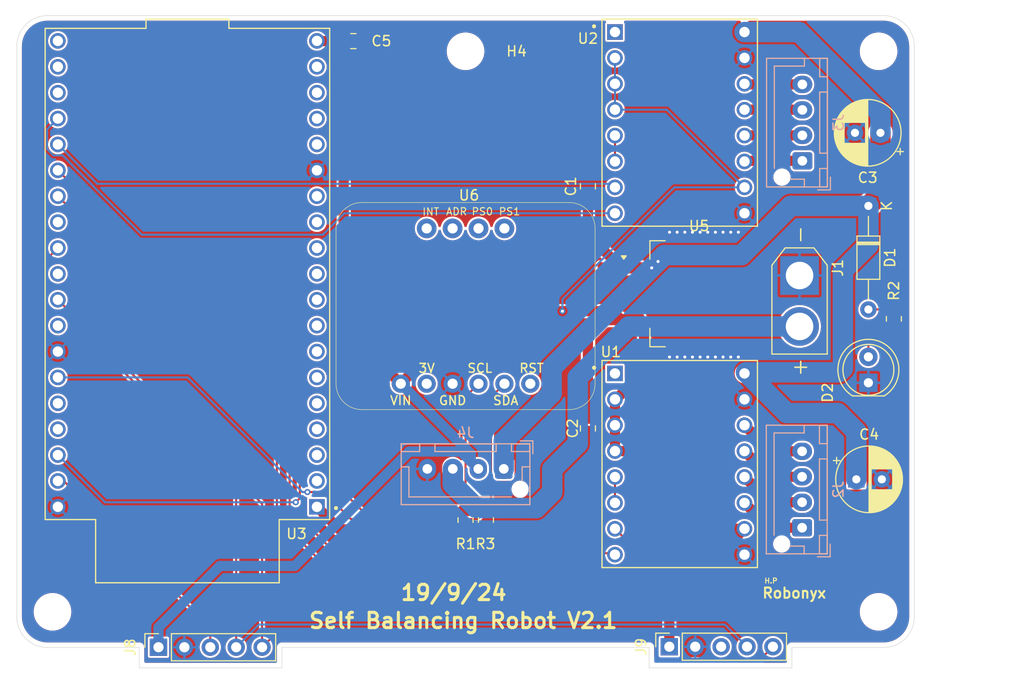
<source format=kicad_pcb>
(kicad_pcb (version 20240108) (generator "pcbnew") (generator_version "8.0")
  (layers (0 "F.Cu" signal) (31 "B.Cu" signal) (34 "B.Paste" user) (35 "F.Paste" user) (36 "B.SilkS" user "B.Silkscreen") (37 "F.SilkS" user "F.Silkscreen") (38 "B.Mask" user) (39 "F.Mask" user) (44 "Edge.Cuts" user))
  (net 0 "")
  (net 1 "Net-(J1-Pin_2)")
  (net 2 "+15V")
  (net 3 "+5V")
  (net 4 "GND")
  (net 5 "Net-(J2-Pin_4)")
  (net 6 "Net-(J2-Pin_1)")
  (net 7 "Net-(J2-Pin_2)")
  (net 8 "Net-(J2-Pin_3)")
  (net 9 "Net-(J3-Pin_1)")
  (net 10 "Net-(J3-Pin_2)")
  (net 11 "Net-(J3-Pin_4)")
  (net 12 "Net-(J3-Pin_3)")
  (net 13 "Net-(U1-~{RESET})")
  (net 15 "+3V3")
  (net 16 "/M1DIR")
  (net 17 "/M1STEP")
  (net 19 "/M2STEP")
  (net 20 "Net-(U2-~{RESET})")
  (net 32 "/M2DIR")
  (net 49 "/SDA")
  (net 50 "/SCL")
  (net 53 "Net-(D1-A)")
  (net 54 "Net-(D2-A)")
  (net 55 "/DIN")
  (net 56 "/CS1")
  (net 57 "/CLK")
  (footprint "MountingHole:MountingHole_3.2mm_M3" (layer "F.Cu") (at 167.5 96.5)
    (property "Reference" "H3" (hide yes))
    (property "Value" "MountingHole")
    (pad "" np_thru_hole circle (at 0 0) (size 3.2 3.2) (drill 3.2) (layers "*.Cu" "*.Mask"))
  )
  (footprint "Capacitor_THT:CP_Radial_D6.3mm_P2.50mm" (layer "F.Cu") (at 165.317621 83.5)
    (property "Reference" "C4" (at 1.25 -4.4 0) (layer "F.SilkS"))
    (property "Value" "100uF")
    (pad "1" thru_hole rect (at 0 0) (size 1.6 1.6) (drill 0.8) (layers "*.Cu" "*.Mask") (net 2 "+15V"))
    (pad "2" thru_hole circle (at 2.5 0) (size 1.6 1.6) (drill 0.8) (layers "*.Cu" "*.Mask") (net 4 "GND"))
  )
  (footprint "Resistor_SMD:R_0805_2012Metric" (layer "F.Cu") (at 169 67.75 90)
    (property "Reference" "R2" (at 2.75 0 90) (layer "F.SilkS"))
    (property "Value" "1K")
    (pad "1" smd roundrect (at -0.9125 0 90) (size 1.025 1.4) (layers "F.Cu" "F.Paste" "F.Mask") (roundrect_rratio 0.243902) (net 54 "Net-(D2-A)"))
    (pad "2" smd roundrect (at 0.9125 0 90) (size 1.025 1.4) (layers "F.Cu" "F.Paste" "F.Mask") (roundrect_rratio 0.243902) (net 53 "Net-(D1-A)"))
  )
  (footprint "MountingHole:MountingHole_3.2mm_M3" (layer "F.Cu") (at 86.5 96.5)
    (property "Reference" "H1" (hide yes))
    (property "Value" "MountingHole")
    (pad "" np_thru_hole circle (at 0 0) (size 3.2 3.2) (drill 3.2) (layers "*.Cu" "*.Mask"))
  )
  (footprint "A4988_STEPPER_MOTOR_DRIVER_CARRIER:MODULE_A4988_STEPPER_MOTOR_DRIVER_CARRIER" (layer "F.Cu") (at 148 48.5)
    (property "Reference" "U2" (at -9 -8.25 0) (layer "F.SilkS"))
    (property "Value" "A4988_STEPPER_MOTOR_DRIVER_CARRIER")
    (pad "1" thru_hole rect (at -6.35 -8.89) (size 1.53 1.53) (drill 1.02) (layers "*.Cu" "*.Mask"))
    (pad "2" thru_hole circle (at -6.35 -6.35) (size 1.53 1.53) (drill 1.02) (layers "*.Cu" "*.Mask") (net 3 "+5V"))
    (pad "3" thru_hole circle (at -6.35 -3.81) (size 1.53 1.53) (drill 1.02) (layers "*.Cu" "*.Mask") (net 3 "+5V"))
    (pad "4" thru_hole circle (at -6.35 -1.27) (size 1.53 1.53) (drill 1.02) (layers "*.Cu" "*.Mask") (net 3 "+5V"))
    (pad "5" thru_hole circle (at -6.35 1.27) (size 1.53 1.53) (drill 1.02) (layers "*.Cu" "*.Mask") (net 20 "Net-(U2-~{RESET})"))
    (pad "6" thru_hole circle (at -6.35 3.81) (size 1.53 1.53) (drill 1.02) (layers "*.Cu" "*.Mask") (net 20 "Net-(U2-~{RESET})"))
    (pad "7" thru_hole circle (at -6.35 6.35) (size 1.53 1.53) (drill 1.02) (layers "*.Cu" "*.Mask") (net 19 "/M2STEP"))
    (pad "8" thru_hole circle (at -6.35 8.89) (size 1.53 1.53) (drill 1.02) (layers "*.Cu" "*.Mask") (net 32 "/M2DIR"))
    (pad "9" thru_hole circle (at 6.35 8.89) (size 1.53 1.53) (drill 1.02) (layers "*.Cu" "*.Mask") (net 4 "GND"))
    (pad "10" thru_hole circle (at 6.35 6.35) (size 1.53 1.53) (drill 1.02) (layers "*.Cu" "*.Mask") (net 3 "+5V"))
    (pad "11" thru_hole circle (at 6.35 3.81) (size 1.53 1.53) (drill 1.02) (layers "*.Cu" "*.Mask") (net 9 "Net-(J3-Pin_1)"))
    (pad "12" thru_hole circle (at 6.35 1.27) (size 1.53 1.53) (drill 1.02) (layers "*.Cu" "*.Mask") (net 10 "Net-(J3-Pin_2)"))
    (pad "13" thru_hole circle (at 6.35 -1.27) (size 1.53 1.53) (drill 1.02) (layers "*.Cu" "*.Mask") (net 12 "Net-(J3-Pin_3)"))
    (pad "14" thru_hole circle (at 6.35 -3.81) (size 1.53 1.53) (drill 1.02) (layers "*.Cu" "*.Mask") (net 11 "Net-(J3-Pin_4)"))
    (pad "15" thru_hole circle (at 6.35 -6.35) (size 1.53 1.53) (drill 1.02) (layers "*.Cu" "*.Mask") (net 4 "GND"))
    (pad "16" thru_hole circle (at 6.35 -8.89) (size 1.53 1.53) (drill 1.02) (layers "*.Cu" "*.Mask") (net 2 "+15V"))
  )
  (footprint "Capacitor_SMD:C_0805_2012Metric" (layer "F.Cu") (at 139 78.5 -90)
    (property "Reference" "C2" (at 0 1.5 90) (layer "F.SilkS"))
    (property "Value" "10uF")
    (pad "1" smd roundrect (at -0.95 0 270) (size 1 1.45) (layers "F.Cu" "F.Paste" "F.Mask") (net 3 "+5V"))
    (pad "2" smd roundrect (at 0.95 0 270) (size 1 1.45) (layers "F.Cu" "F.Paste" "F.Mask") (net 4 "GND"))
  )
  (footprint "LED_THT:LED_D5.0mm" (layer "F.Cu") (at 166.5 74.025 90)
    (property "Reference" "D2" (at -0.975 -4 90) (layer "F.SilkS"))
    (property "Value" "LED")
    (pad "1" thru_hole rect (at 0 0 90) (size 1.8 1.8) (drill 0.9) (layers "*.Cu" "*.Mask") (net 4 "GND"))
    (pad "2" thru_hole circle (at 2.54 0 90) (size 1.8 1.8) (drill 0.9) (layers "*.Cu" "*.Mask") (net 54 "Net-(D2-A)"))
  )
  (footprint "Package_TO_SOT_SMD:TO-263-3_TabPin2" (layer "F.Cu") (at 149.9 65.29)
    (property "Reference" "U5" (at 0 -6.65 0) (layer "F.SilkS"))
    (property "Value" "uA7805")
    (pad "1" smd roundrect (at -7.65 -2.54) (size 4.6 1.1) (layers "F.Cu" "F.Paste" "F.Mask") (roundrect_rratio 0.227273) (net 2 "+15V"))
    (pad "2" smd roundrect (at -7.65 0) (size 4.6 1.1) (layers "F.Cu" "F.Paste" "F.Mask") (roundrect_rratio 0.227273) (net 4 "GND"))
    (pad "2" smd roundrect (at -0.925 -2.775) (size 4.55 5.25) (layers "F.Cu" "F.Paste") (roundrect_rratio 0.054945) (net 4 "GND"))
    (pad "2" smd roundrect (at -0.925 2.775) (size 4.55 5.25) (layers "F.Cu" "F.Paste") (roundrect_rratio 0.054945) (net 4 "GND"))
    (pad "2" smd roundrect (at 1.5 0) (size 9.4 10.8) (layers "F.Cu" "F.Mask") (roundrect_rratio 0.026596) (net 4 "GND"))
    (pad "2" smd roundrect (at 3.925 -2.775) (size 4.55 5.25) (layers "F.Cu" "F.Paste") (roundrect_rratio 0.054945) (net 4 "GND"))
    (pad "2" smd roundrect (at 3.925 2.775) (size 4.55 5.25) (layers "F.Cu" "F.Paste") (roundrect_rratio 0.054945) (net 4 "GND"))
    (pad "3" smd roundrect (at -7.65 2.54) (size 4.6 1.1) (layers "F.Cu" "F.Paste" "F.Mask") (roundrect_rratio 0.227273) (net 3 "+5V"))
  )
  (footprint "Connector_PinSocket_2.54mm:PinSocket_1x05_P2.54mm_Vertical" (layer "F.Cu") (at 146.98 99.925 90)
    (property "Reference" "J9" (at 0 -2.77 90) (layer "F.SilkS"))
    (property "Value" "Conn_01x05")
    (pad "1" thru_hole rect (at 0 0 90) (size 1.7 1.7) (drill 1) (layers "*.Cu" "*.Mask") (net 3 "+5V"))
    (pad "2" thru_hole oval (at 0 2.54 90) (size 1.7 1.7) (drill 1) (layers "*.Cu" "*.Mask") (net 4 "GND"))
    (pad "3" thru_hole oval (at 0 5.08 90) (size 1.7 1.7) (drill 1) (layers "*.Cu" "*.Mask"))
    (pad "4" thru_hole oval (at 0 7.62 90) (size 1.7 1.7) (drill 1) (layers "*.Cu" "*.Mask") (net 56 "/CS1"))
    (pad "5" thru_hole oval (at 0 10.16 90) (size 1.7 1.7) (drill 1) (layers "*.Cu" "*.Mask") (net 57 "/CLK"))
  )
  (footprint "Capacitor_SMD:C_0805_2012Metric" (layer "F.Cu") (at 139 54.75 90)
    (property "Reference" "C1" (at 0 -1.68 90) (layer "F.SilkS"))
    (property "Value" "10uF")
    (pad "1" smd roundrect (at -0.95 0 90) (size 1 1.45) (layers "F.Cu" "F.Paste" "F.Mask") (net 2 "+15V"))
    (pad "2" smd roundrect (at 0.95 0 90) (size 1 1.45) (layers "F.Cu" "F.Paste" "F.Mask") (net 4 "GND"))
  )
  (footprint "Adafruit IMU BNO055:Adafruit IMU BNO055" (layer "F.Cu") (at 127 66.5)
    (property "Reference" "U6" (at 0.34 -10.87 0) (layer "F.SilkS"))
    (property "Value" "Adafruit IMU BNO055")
    (fp_text user "ADR" (at -0.88 -9.271 0) (layer "F.SilkS") (effects (font (size 0.715264 0.715264) (thickness 0.097536))))
    (fp_text user "VIN" (at -6.35 9.271 0) (layer "F.SilkS") (effects (font (size 0.87376 0.87376) (thickness 0.14224))))
    (fp_text user "RST" (at 6.477 6.096 0) (layer "F.SilkS") (effects (font (size 0.87376 0.87376) (thickness 0.14224))))
    (fp_text user "GND" (at -1.27 9.271 0) (layer "F.SilkS") (effects (font (size 0.87376 0.87376) (thickness 0.14224))))
    (fp_text user "SDA" (at 3.937 9.271 0) (layer "F.SilkS") (effects (font (size 0.87376 0.87376) (thickness 0.14224))))
    (fp_text user "PS1" (at 4.313 -9.271 0) (layer "F.SilkS") (effects (font (size 0.715264 0.715264) (thickness 0.097536))))
    (fp_text user "INT" (at -3.403 -9.2555 0) (layer "F.SilkS") (effects (font (size 0.715264 0.715264) (thickness 0.097536))))
    (fp_text user "PS0" (at 1.646 -9.271 0) (layer "F.SilkS") (effects (font (size 0.715264 0.715264) (thickness 0.097536))))
    (fp_text user "SCL" (at 1.397 6.096 0) (layer "F.SilkS") (effects (font (size 0.87376 0.87376) (thickness 0.14224))))
    (fp_text user "3V" (at -3.81 6.096 0) (layer "F.SilkS") (effects (font (size 0.87376 0.87376) (thickness 0.14224))))
    (pad "1" thru_hole circle (at -6.35 7.62 90) (size 1.778 1.778) (drill 1) (layers "*.Mask" "F.Cu" "In1.Cu" "B.Cu") (net 3 "+5V"))
    (pad "2" thru_hole circle (at -3.81 7.62 90) (size 1.778 1.778) (drill 1) (layers "*.Mask" "F.Cu" "In1.Cu" "B.Cu"))
    (pad "3" thru_hole circle (at -1.27 7.62 90) (size 1.778 1.778) (drill 1) (layers "*.Mask" "F.Cu" "In1.Cu" "B.Cu") (net 4 "GND"))
    (pad "4" thru_hole circle (at 1.27 7.62 90) (size 1.778 1.778) (drill 1) (layers "*.Mask" "F.Cu" "In1.Cu" "B.Cu") (net 50 "/SCL"))
    (pad "5" thru_hole circle (at 3.81 7.62 90) (size 1.778 1.778) (drill 1) (layers "*.Mask" "F.Cu" "In1.Cu" "B.Cu") (net 49 "/SDA"))
    (pad "6" thru_hole circle (at 6.35 7.62 90) (size 1.778 1.778) (drill 1) (layers "*.Mask" "F.Cu" "In1.Cu" "B.Cu"))
    (pad "7" thru_hole circle (at -3.81 -7.62 90) (size 1.9304 1.9304) (drill 1) (layers "*.Cu" "*.Mask"))
    (pad "8" thru_hole circle (at -1.27 -7.62 90) (size 1.9304 1.9304) (drill 1) (layers "*.Cu" "*.Mask"))
    (pad "9" thru_hole circle (at 1.27 -7.62 90) (size 1.9304 1.9304) (drill 1) (layers "*.Cu" "*.Mask"))
    (pad "10" thru_hole circle (at 3.81 -7.62 90) (size 1.9304 1.9304) (drill 1) (layers "*.Cu" "*.Mask"))
  )
  (footprint "ESP32-DEVKITC:MODULE_ESP32-DEVKITC" (layer "F.Cu") (at 99.7275 63.35 180)
    (property "Reference" "U3" (at -10.7 -25.5 0) (layer "F.SilkS"))
    (property "Value" "ESP32-DEVKITC")
    (pad "1" thru_hole rect (at -12.7 -22.85 180) (size 1.53 1.53) (drill 1.02) (layers "*.Cu" "*.Mask") (net 15 "+3V3"))
    (pad "2" thru_hole circle (at -12.7 -20.31 180) (size 1.53 1.53) (drill 1.02) (layers "*.Cu" "*.Mask"))
    (pad "3" thru_hole circle (at -12.7 -17.77 180) (size 1.53 1.53) (drill 1.02) (layers "*.Cu" "*.Mask"))
    (pad "4" thru_hole circle (at -12.7 -15.23 180) (size 1.53 1.53) (drill 1.02) (layers "*.Cu" "*.Mask"))
    (pad "5" thru_hole circle (at -12.7 -12.69 180) (size 1.53 1.53) (drill 1.02) (layers "*.Cu" "*.Mask"))
    (pad "6" thru_hole circle (at -12.7 -10.15 180) (size 1.53 1.53) (drill 1.02) (layers "*.Cu" "*.Mask"))
    (pad "7" thru_hole circle (at -12.7 -7.61 180) (size 1.53 1.53) (drill 1.02) (layers "*.Cu" "*.Mask"))
    (pad "8" thru_hole circle (at -12.7 -5.07 180) (size 1.53 1.53) (drill 1.02) (layers "*.Cu" "*.Mask"))
    (pad "9" thru_hole circle (at -12.7 -2.53 180) (size 1.53 1.53) (drill 1.02) (layers "*.Cu" "*.Mask"))
    (pad "10" thru_hole circle (at -12.7 0.01 180) (size 1.53 1.53) (drill 1.02) (layers "*.Cu" "*.Mask"))
    (pad "11" thru_hole circle (at -12.7 2.55 180) (size 1.53 1.53) (drill 1.02) (layers "*.Cu" "*.Mask"))
    (pad "12" thru_hole circle (at -12.7 5.09 180) (size 1.53 1.53) (drill 1.02) (layers "*.Cu" "*.Mask"))
    (pad "13" thru_hole circle (at -12.7 7.63 180) (size 1.53 1.53) (drill 1.02) (layers "*.Cu" "*.Mask"))
    (pad "14" thru_hole circle (at -12.7 10.17 180) (size 1.53 1.53) (drill 1.02) (layers "*.Cu" "*.Mask") (net 4 "GND"))
    (pad "15" thru_hole circle (at -12.7 12.71 180) (size 1.53 1.53) (drill 1.02) (layers "*.Cu" "*.Mask"))
    (pad "16" thru_hole circle (at -12.7 15.25 180) (size 1.53 1.53) (drill 1.02) (layers "*.Cu" "*.Mask"))
    (pad "17" thru_hole circle (at -12.7 17.79 180) (size 1.53 1.53) (drill 1.02) (layers "*.Cu" "*.Mask"))
    (pad "18" thru_hole circle (at -12.7 20.33 180) (size 1.53 1.53) (drill 1.02) (layers "*.Cu" "*.Mask"))
    (pad "19" thru_hole circle (at -12.7 22.87 180) (size 1.53 1.53) (drill 1.02) (layers "*.Cu" "*.Mask") (net 3 "+5V"))
    (pad "20" thru_hole circle (at 12.7 22.87 180) (size 1.53 1.53) (drill 1.02) (layers "*.Cu" "*.Mask"))
    (pad "21" thru_hole circle (at 12.7 20.33 180) (size 1.53 1.53) (drill 1.02) (layers "*.Cu" "*.Mask"))
    (pad "22" thru_hole circle (at 12.7 17.79 180) (size 1.53 1.53) (drill 1.02) (layers "*.Cu" "*.Mask"))
    (pad "23" thru_hole circle (at 12.7 15.25 180) (size 1.53 1.53) (drill 1.02) (layers "*.Cu" "*.Mask") (net 32 "/M2DIR"))
    (pad "24" thru_hole circle (at 12.7 12.71 180) (size 1.53 1.53) (drill 1.02) (layers "*.Cu" "*.Mask") (net 19 "/M2STEP"))
    (pad "25" thru_hole circle (at 12.7 10.17 180) (size 1.53 1.53) (drill 1.02) (layers "*.Cu" "*.Mask") (net 16 "/M1DIR"))
    (pad "26" thru_hole circle (at 12.7 7.63 180) (size 1.53 1.53) (drill 1.02) (layers "*.Cu" "*.Mask") (net 17 "/M1STEP"))
    (pad "27" thru_hole circle (at 12.7 5.09 180) (size 1.53 1.53) (drill 1.02) (layers "*.Cu" "*.Mask"))
    (pad "28" thru_hole circle (at 12.7 2.55 180) (size 1.53 1.53) (drill 1.02) (layers "*.Cu" "*.Mask") (net 56 "/CS1"))
    (pad "29" thru_hole circle (at 12.7 0.01 180) (size 1.53 1.53) (drill 1.02) (layers "*.Cu" "*.Mask"))
    (pad "30" thru_hole circle (at 12.7 -2.53 180) (size 1.53 1.53) (drill 1.02) (layers "*.Cu" "*.Mask") (net 57 "/CLK"))
    (pad "31" thru_hole circle (at 12.7 -5.07 180) (size 1.53 1.53) (drill 1.02) (layers "*.Cu" "*.Mask"))
    (pad "32" thru_hole circle (at 12.7 -7.61 180) (size 1.53 1.53) (drill 1.02) (layers "*.Cu" "*.Mask") (net 4 "GND"))
    (pad "33" thru_hole circle (at 12.7 -10.15 180) (size 1.53 1.53) (drill 1.02) (layers "*.Cu" "*.Mask") (net 49 "/SDA"))
    (pad "34" thru_hole circle (at 12.7 -12.69 180) (size 1.53 1.53) (drill 1.02) (layers "*.Cu" "*.Mask"))
    (pad "35" thru_hole circle (at 12.7 -15.23 180) (size 1.53 1.53) (drill 1.02) (layers "*.Cu" "*.Mask"))
    (pad "36" thru_hole circle (at 12.7 -17.77 180) (size 1.53 1.53) (drill 1.02) (layers "*.Cu" "*.Mask") (net 50 "/SCL"))
    (pad "37" thru_hole circle (at 12.7 -20.31 180) (size 1.53 1.53) (drill 1.02) (layers "*.Cu" "*.Mask") (net 55 "/DIN"))
    (pad "38" thru_hole circle (at 12.7 -22.85 180) (size 1.53 1.53) (drill 1.02) (layers "*.Cu" "*.Mask") (net 4 "GND"))
  )
  (footprint "Diode_THT:D_DO-35_SOD27_P10.16mm_Horizontal" (layer "F.Cu") (at 166.5 56.67 -90)
    (property "Reference" "D1" (at 5.08 -2.12 90) (layer "F.SilkS"))
    (property "Value" "1N5243BTR")
    (fp_text user "K" (at 0 -1.8 90) (layer "F.SilkS"))
    (pad "1" thru_hole rect (at 0 0 270) (size 1.6 1.6) (drill 0.8) (layers "*.Cu" "*.Mask") (net 2 "+15V"))
    (pad "2" thru_hole oval (at 10.16 0 270) (size 1.6 1.6) (drill 0.8) (layers "*.Cu" "*.Mask") (net 53 "Net-(D1-A)"))
  )
  (footprint "Connector_PinSocket_2.54mm:PinSocket_1x05_P2.54mm_Vertical" (layer "F.Cu") (at 96.89 99.975 90)
    (property "Reference" "J8" (at 0 -2.77 90) (layer "F.SilkS"))
    (property "Value" "Conn_01x05")
    (pad "1" thru_hole rect (at 0 0 90) (size 1.7 1.7) (drill 1) (layers "*.Cu" "*.Mask") (net 3 "+5V"))
    (pad "2" thru_hole oval (at 0 2.54 90) (size 1.7 1.7) (drill 1) (layers "*.Cu" "*.Mask") (net 4 "GND"))
    (pad "3" thru_hole oval (at 0 5.08 90) (size 1.7 1.7) (drill 1) (layers "*.Cu" "*.Mask") (net 55 "/DIN"))
    (pad "4" thru_hole oval (at 0 7.62 90) (size 1.7 1.7) (drill 1) (layers "*.Cu" "*.Mask") (net 56 "/CS1"))
    (pad "5" thru_hole oval (at 0 10.16 90) (size 1.7 1.7) (drill 1) (layers "*.Cu" "*.Mask") (net 57 "/CLK"))
  )
  (footprint "Capacitor_SMD:C_0805_2012Metric" (layer "F.Cu") (at 116 40.5)
    (property "Reference" "C5" (at 2.75 0 0) (layer "F.SilkS"))
    (property "Value" "10uF")
    (pad "1" smd roundrect (at -0.95 0) (size 1 1.45) (layers "F.Cu" "F.Paste" "F.Mask") (net 3 "+5V"))
    (pad "2" smd roundrect (at 0.95 0) (size 1 1.45) (layers "F.Cu" "F.Paste" "F.Mask") (net 4 "GND"))
  )
  (footprint "MountingHole:MountingHole_3.2mm_M3" (layer "F.Cu") (at 127 41.5)
    (property "Reference" "H4" (at 5 0 0) (layer "F.SilkS"))
    (property "Value" "MountingHole")
    (pad "" np_thru_hole circle (at 0 0) (size 3.2 3.2) (drill 3.2) (layers "*.Cu" "*.Mask"))
  )
  (footprint "Resistor_SMD:R_0805_2012Metric" (layer "F.Cu") (at 129 87.5 -90)
    (property "Reference" "R3" (at 2.3375 0.05 180) (layer "F.SilkS"))
    (property "Value" "4K7")
    (pad "1" smd roundrect (at -0.9125 0 270) (size 1.025 1.4) (layers "F.Cu" "F.Paste" "F.Mask") (roundrect_rratio 0.243902) (net 49 "/SDA"))
    (pad "2" smd roundrect (at 0.9125 0 270) (size 1.025 1.4) (layers "F.Cu" "F.Paste" "F.Mask") (roundrect_rratio 0.243902) (net 15 "+3V3"))
  )
  (footprint "Resistor_SMD:R_0805_2012Metric" (layer "F.Cu") (at 127 87.5 -90)
    (property "Reference" "R1" (at 2.3375 0 180) (layer "F.SilkS"))
    (property "Value" "4K7")
    (pad "1" smd roundrect (at -0.9125 0 270) (size 1.025 1.4) (layers "F.Cu" "F.Paste" "F.Mask") (roundrect_rratio 0.243902) (net 50 "/SCL"))
    (pad "2" smd roundrect (at 0.9125 0 270) (size 1.025 1.4) (layers "F.Cu" "F.Paste" "F.Mask") (roundrect_rratio 0.243902) (net 15 "+3V3"))
  )
  (footprint "Capacitor_THT:CP_Radial_D6.3mm_P2.50mm" (layer "F.Cu") (at 167.68238 49.5 180)
    (property "Reference" "C3" (at 1.25 -4.4 0) (layer "F.SilkS"))
    (property "Value" "100uF")
    (pad "1" thru_hole rect (at 0 0 180) (size 1.6 1.6) (drill 0.8) (layers "*.Cu" "*.Mask") (net 2 "+15V"))
    (pad "2" thru_hole circle (at 2.5 0 180) (size 1.6 1.6) (drill 0.8) (layers "*.Cu" "*.Mask") (net 4 "GND"))
  )
  (footprint "MountingHole:MountingHole_3.2mm_M3" (layer "F.Cu") (at 167.5 41.5)
    (property "Reference" "H2" (hide yes))
    (property "Value" "MountingHole")
    (pad "" np_thru_hole circle (at 0 0) (size 3.2 3.2) (drill 3.2) (layers "*.Cu" "*.Mask"))
  )
  (footprint "Connector_AMASS:AMASS_XT30U-M_1x02_P5.0mm_Vertical" (layer "F.Cu") (at 159.75 63.5 -90)
    (property "Reference" "J1" (at -0.75 -3.75 90) (layer "F.SilkS"))
    (property "Value" "Conn_01x02")
    (fp_text user "-" (at -4 0 90) (layer "F.SilkS") (effects (font (size 1.5 1.5))))
    (fp_text user "+" (at 9 0 90) (layer "F.SilkS") (effects (font (size 1.5 1.5))))
    (pad "1" thru_hole rect (at 0 0 270) (size 3.8 3.8) (drill 2.7) (layers "*.Cu" "*.Mask") (net 4 "GND"))
    (pad "2" thru_hole circle (at 5 0 270) (size 3.8 3.8) (drill 2.7) (layers "*.Cu" "*.Mask") (net 1 "Net-(J1-Pin_2)"))
  )
  (footprint "A4988_STEPPER_MOTOR_DRIVER_CARRIER:MODULE_A4988_STEPPER_MOTOR_DRIVER_CARRIER" (layer "F.Cu") (at 148 82)
    (property "Reference" "U1" (at -6.75 -11 0) (layer "F.SilkS"))
    (property "Value" "A4988_STEPPER_MOTOR_DRIVER_CARRIER")
    (pad "1" thru_hole rect (at -6.35 -8.89) (size 1.53 1.53) (drill 1.02) (layers "*.Cu" "*.Mask"))
    (pad "2" thru_hole circle (at -6.35 -6.35) (size 1.53 1.53) (drill 1.02) (layers "*.Cu" "*.Mask") (net 3 "+5V"))
    (pad "3" thru_hole circle (at -6.35 -3.81) (size 1.53 1.53) (drill 1.02) (layers "*.Cu" "*.Mask") (net 3 "+5V"))
    (pad "4" thru_hole circle (at -6.35 -1.27) (size 1.53 1.53) (drill 1.02) (layers "*.Cu" "*.Mask") (net 3 "+5V"))
    (pad "5" thru_hole circle (at -6.35 1.27) (size 1.53 1.53) (drill 1.02) (layers "*.Cu" "*.Mask") (net 13 "Net-(U1-~{RESET})"))
    (pad "6" thru_hole circle (at -6.35 3.81) (size 1.53 1.53) (drill 1.02) (layers "*.Cu" "*.Mask") (net 13 "Net-(U1-~{RESET})"))
    (pad "7" thru_hole circle (at -6.35 6.35) (size 1.53 1.53) (drill 1.02) (layers "*.Cu" "*.Mask") (net 17 "/M1STEP"))
    (pad "8" thru_hole circle (at -6.35 8.89) (size 1.53 1.53) (drill 1.02) (layers "*.Cu" "*.Mask") (net 16 "/M1DIR"))
    (pad "9" thru_hole circle (at 6.35 8.89) (size 1.53 1.53) (drill 1.02) (layers "*.Cu" "*.Mask") (net 4 "GND"))
    (pad "10" thru_hole circle (at 6.35 6.35) (size 1.53 1.53) (drill 1.02) (layers "*.Cu" "*.Mask") (net 3 "+5V"))
    (pad "11" thru_hole circle (at 6.35 3.81) (size 1.53 1.53) (drill 1.02) (layers "*.Cu" "*.Mask") (net 6 "Net-(J2-Pin_1)"))
    (pad "12" thru_hole circle (at 6.35 1.27) (size 1.53 1.53) (drill 1.02) (layers "*.Cu" "*.Mask") (net 7 "Net-(J2-Pin_2)"))
    (pad "13" thru_hole circle (at 6.35 -1.27) (size 1.53 1.53) (drill 1.02) (layers "*.Cu" "*.Mask") (net 8 "Net-(J2-Pin_3)"))
    (pad "14" thru_hole circle (at 6.35 -3.81) (size 1.53 1.53) (drill 1.02) (layers "*.Cu" "*.Mask") (net 5 "Net-(J2-Pin_4)"))
    (pad "15" thru_hole circle (at 6.35 -6.35) (size 1.53 1.53) (drill 1.02) (layers "*.Cu" "*.Mask") (net 4 "GND"))
    (pad "16" thru_hole circle (at 6.35 -8.89) (size 1.53 1.53) (drill 1.02) (layers "*.Cu" "*.Mask") (net 2 "+15V"))
  )
  (footprint "Connector_JST:JST_XH_B4B-XH-AM_1x04_P2.50mm_Vertical" (layer "B.Cu") (at 130.75 82.475 180)
    (property "Reference" "J4" (at 3.75 3.55 0) (layer "B.SilkS") (effects (justify mirror)))
    (property "Value" "Conn_01x04")
    (pad "" np_thru_hole circle (at -1.6 -2 180) (size 1.2 1.2) (drill 1.2) (layers "*.Cu" "*.Mask"))
    (pad "1" thru_hole roundrect (at 0 0 180) (size 1.7 1.95) (drill 0.95) (layers "*.Cu" "*.Mask") (roundrect_rratio 0.147059) (net 2 "+15V"))
    (pad "2" thru_hole oval (at 2.5 0 180) (size 1.7 1.95) (drill 0.95) (layers "*.Cu" "*.Mask") (net 3 "+5V"))
    (pad "3" thru_hole oval (at 5 0 180) (size 1.7 1.95) (drill 0.95) (layers "*.Cu" "*.Mask") (net 1 "Net-(J1-Pin_2)"))
    (pad "4" thru_hole oval (at 7.5 0 180) (size 1.7 1.95) (drill 0.95) (layers "*.Cu" "*.Mask") (net 4 "GND"))
  )
  (footprint "Connector_JST:JST_XH_B4B-XH-AM_1x04_P2.50mm_Vertical" (layer "B.Cu") (at 160.025 52.25 90)
    (property "Reference" "J3" (at 3.75 3.55 90) (layer "B.SilkS") (effects (justify mirror)))
    (property "Value" "Conn_01x04")
    (pad "" np_thru_hole circle (at -1.6 -2 90) (size 1.2 1.2) (drill 1.2) (layers "*.Cu" "*.Mask"))
    (pad "1" thru_hole roundrect (at 0 0 90) (size 1.7 1.95) (drill 0.95) (layers "*.Cu" "*.Mask") (roundrect_rratio 0.147059) (net 9 "Net-(J3-Pin_1)"))
    (pad "2" thru_hole oval (at 2.5 0 90) (size 1.7 1.95) (drill 0.95) (layers "*.Cu" "*.Mask") (net 10 "Net-(J3-Pin_2)"))
    (pad "3" thru_hole oval (at 5 0 90) (size 1.7 1.95) (drill 0.95) (layers "*.Cu" "*.Mask") (net 12 "Net-(J3-Pin_3)"))
    (pad "4" thru_hole oval (at 7.5 0 90) (size 1.7 1.95) (drill 0.95) (layers "*.Cu" "*.Mask") (net 11 "Net-(J3-Pin_4)"))
  )
  (footprint "Connector_JST:JST_XH_B4B-XH-AM_1x04_P2.50mm_Vertical" (layer "B.Cu") (at 160 88.25 90)
    (property "Reference" "J2" (at 3.75 3.55 90) (layer "B.SilkS") (effects (justify mirror)))
    (property "Value" "Conn_01x04")
    (pad "" np_thru_hole circle (at -1.6 -2 90) (size 1.2 1.2) (drill 1.2) (layers "*.Cu" "*.Mask"))
    (pad "1" thru_hole roundrect (at 0 0 90) (size 1.7 1.95) (drill 0.95) (layers "*.Cu" "*.Mask") (roundrect_rratio 0.147059) (net 6 "Net-(J2-Pin_1)"))
    (pad "2" thru_hole oval (at 2.5 0 90) (size 1.7 1.95) (drill 0.95) (layers "*.Cu" "*.Mask") (net 7 "Net-(J2-Pin_2)"))
    (pad "3" thru_hole oval (at 5 0 90) (size 1.7 1.95) (drill 0.95) (layers "*.Cu" "*.Mask") (net 8 "Net-(J2-Pin_3)"))
    (pad "4" thru_hole oval (at 7.5 0 90) (size 1.7 1.95) (drill 0.95) (layers "*.Cu" "*.Mask") (net 5 "Net-(J2-Pin_4)"))
  )
  (gr_arc (start 86 100.000001) (mid 83.87868 99.121321) (end 83 97.000001) (stroke (width 0.05)) (layer "Edge.Cuts"))
  (gr_line (start 145 102) (end 159 102) (stroke (width 0.05)) (layer "Edge.Cuts"))
  (gr_line (start 168 38) (end 86 38) (stroke (width 0.05)) (layer "Edge.Cuts"))
  (gr_line (start 145 100) (end 145 102) (stroke (width 0.05)) (layer "Edge.Cuts"))
  (gr_line (start 159 100) (end 168.000001 100.000001) (stroke (width 0.05)) (layer "Edge.Cuts"))
  (gr_line (start 86 100) (end 95 100) (stroke (width 0.05)) (layer "Edge.Cuts"))
  (gr_arc (start 171.000001 97.000001) (mid 170.121321 99.121321) (end 168.000001 100.000001) (stroke (width 0.05)) (layer "Edge.Cuts"))
  (gr_line (start 95 100) (end 95 102) (stroke (width 0.05)) (layer "Edge.Cuts"))
  (gr_line (start 95 102) (end 109 102) (stroke (width 0.05)) (layer "Edge.Cuts"))
  (gr_line (start 171.000001 97.000001) (end 171 41) (stroke (width 0.05)) (layer "Edge.Cuts"))
  (gr_arc (start 168 38) (mid 170.12132 38.87868) (end 171 41) (stroke (width 0.05)) (layer "Edge.Cuts"))
  (gr_line (start 109 100) (end 145 100) (stroke (width 0.05)) (layer "Edge.Cuts"))
  (gr_arc (start 83 41) (mid 83.87868 38.87868) (end 86 38) (stroke (width 0.05)) (layer "Edge.Cuts"))
  (gr_line (start 109 102) (end 109 100) (stroke (width 0.05)) (layer "Edge.Cuts"))
  (gr_line (start 83 41) (end 83 97.000001) (stroke (width 0.05)) (layer "Edge.Cuts"))
  (gr_line (start 159 102) (end 159 100) (stroke (width 0.05)) (layer "Edge.Cuts"))
  (gr_text "Robonyx" (at 156 95.25 0) (layer "F.SilkS") (effects (font (size 1 1) (thickness 0.2) (bold yes)) (justify left bottom)))
  (gr_text "Self Balancing Robot V2.1" (at 111.5 98.25 0) (layer "F.SilkS") (effects (font (size 1.5 1.5) (thickness 0.3) (bold yes)) (justify left bottom)))
  (gr_text "H.P" (at 156.25 93.75 0) (layer "F.SilkS") (effects (font (size 0.5 0.5) (thickness 0.1) (bold yes)) (justify left bottom)))
  (gr_text "19/9/24" (at 120.5 95.5 0) (layer "F.SilkS") (effects (font (size 1.5 1.5) (thickness 0.3) (bold yes)) (justify left bottom)))
  (segment (start 159.75 68.5) (end 159.575 68.675) (width 2) (layer "F.Cu") (net 1))
  (segment (start 128.075 86.325) (end 125.75 84) (width 2) (layer "B.Cu") (net 1))
  (segment (start 138 73.5) (end 138 80) (width 2) (layer "B.Cu") (net 1))
  (segment (start 135.5 82.5) (end 135.5 84.75) (width 2) (layer "B.Cu") (net 1))
  (segment (start 159 68.5) (end 143 68.5) (width 2) (layer "B.Cu") (net 1))
  (segment (start 125.75 84) (end 125.75 82.475) (width 2) (layer "B.Cu") (net 1))
  (segment (start 133.925 86.325) (end 128.075 86.325) (width 2) (layer "B.Cu") (net 1))
  (segment (start 143 68.5) (end 138 73.5) (width 2) (layer "B.Cu") (net 1))
  (segment (start 135.5 84.75) (end 133.925 86.325) (width 2) (layer "B.Cu") (net 1))
  (segment (start 138 80) (end 135.5 82.5) (width 2) (layer "B.Cu") (net 1))
  (segment (start 167.68238 55.48762) (end 167.68238 49.5) (width 2) (layer "F.Cu") (net 2))
  (segment (start 166.5 56.67) (end 167.68238 55.48762) (width 2) (layer "F.Cu") (net 2))
  (segment (start 145.25 62.75) (end 145.875 62.125) (width 1) (layer "F.Cu") (net 2))
  (segment (start 142.25 62.75) (end 145.25 62.75) (width 1) (layer "F.Cu") (net 2))
  (segment (start 142.25 62.75) (end 139 59.5) (width 1) (layer "F.Cu") (net 2))
  (segment (start 139 59.5) (end 139 55.7) (width 1) (layer "F.Cu") (net 2))
  (via (at 145.875 62.125) (size 0.6) (drill 0.3) (layers "F.Cu" "B.Cu") (net 2))
  (via (at 145.25 62.75) (size 0.6) (drill 0.3) (layers "F.Cu" "B.Cu") (net 2))
  (segment (start 135.439 72.561) (end 143.75 64.25) (width 2) (layer "B.Cu") (net 2))
  (segment (start 163.5 77) (end 165.317621 78.817621) (width 2) (layer "B.Cu") (net 2))
  (segment (start 166.5 56.67) (end 166.5 60.5) (width 2) (layer "B.Cu") (net 2))
  (segment (start 154.35 39.61) (end 159.70119 39.61) (width 2) (layer "B.Cu") (net 2))
  (segment (start 159.70119 39.61) (end 167.68238 47.59119) (width 2) (layer "B.Cu") (net 2))
  (segment (start 135.439 75.061) (end 135.439 72.561) (width 2) (layer "B.Cu") (net 2))
  (segment (start 164 72.6) (end 163.6 73) (width 2) (layer "B.Cu") (net 2))
  (segment (start 143.75 64.25) (end 145.875 62.125) (width 2) (layer "B.Cu") (net 2))
  (segment (start 167.68238 47.59119) (end 167.68238 49.5) (width 2) (layer "B.Cu") (net 2))
  (segment (start 130.75 82.475) (end 130.75 79.75) (width 2) (layer "B.Cu") (net 2))
  (segment (start 130.75 79.75) (end 135.439 75.061) (width 2) (layer "B.Cu") (net 2))
  (segment (start 154.05 61.5) (end 158.88 56.67) (width 2) (layer "B.Cu") (net 2))
  (segment (start 158.5 77) (end 163.5 77) (width 2) (layer "B.Cu") (net 2))
  (segment (start 164 63) (end 164 72.6) (width 2) (layer "B.Cu") (net 2))
  (segment (start 165.317621 78.817621) (end 165.317621 83.5) (width 2) (layer "B.Cu") (net 2))
  (segment (start 145.875 62.125) (end 146.5 61.5) (width 2) (layer "B.Cu") (net 2))
  (segment (start 158.88 56.67) (end 166.5 56.67) (width 2) (layer "B.Cu") (net 2))
  (segment (start 146.5 61.5) (end 154.05 61.5) (width 2) (layer "B.Cu") (net 2))
  (segment (start 154.5 73) (end 158.5 77) (width 2) (layer "B.Cu") (net 2))
  (segment (start 166.5 60.5) (end 164 63) (width 2) (layer "B.Cu") (net 2))
  (segment (start 163.6 73) (end 154.5 73) (width 2) (layer "B.Cu") (net 2))
  (segment (start 141.65 80.73) (end 141.65 75.65) (width 1) (layer "F.Cu") (net 3))
  (segment (start 154.35 88.35) (end 151.1 88.35) (width 1) (layer "F.Cu") (net 3))
  (segment (start 115.05 68.52) (end 120.65 74.12) (width 1) (layer "F.Cu") (net 3))
  (segment (start 140.67 67.83) (end 142.25 67.83) (width 1) (layer "F.Cu") (net 3))
  (segment (start 115.05 40.5) (end 112.4475 40.5) (width 1) (layer "F.Cu") (net 3))
  (segment (start 143.48 80.73) (end 141.65 80.73) (width 1) (layer "F.Cu") (net 3))
  (segment (start 136.5 67) (end 127.77 67) (width 1) (layer "F.Cu") (net 3))
  (segment (start 141.65 75.65) (end 141.75 75.65) (width 1) (layer "F.Cu") (net 3))
  (segment (start 115.05 40.5) (end 115.05 68.52) (width 1) (layer "F.Cu") (net 3))
  (segment (start 143.83 67.83) (end 142.25 67.83) (width 1) (layer "F.Cu") (net 3))
  (segment (start 141.75 75.65) (end 144.5 72.9) (width 1) (layer "F.Cu") (net 3))
  (segment (start 112.4475 40.5) (end 112.4275 40.48) (width 1) (layer "F.Cu") (net 3))
  (segment (start 151.1 88.35) (end 143.48 80.73) (width 1) (layer "F.Cu") (net 3))
  (segment (start 139 69.5) (end 140.67 67.83) (width 1) (layer "F.Cu") (net 3))
  (segment (start 141.42 67) (end 142.25 67.83) (width 1) (layer "F.Cu") (net 3))
  (segment (start 144.5 68.5) (end 143.83 67.83) (width 1) (layer "F.Cu") (net 3))
  (segment (start 136.5 67) (end 141.42 67) (width 1) (layer "F.Cu") (net 3))
  (segment (start 139 77.55) (end 139 69.5) (width 1) (layer "F.Cu") (net 3))
  (segment (start 144.5 72.9) (end 144.5 68.5) (width 1) (layer "F.Cu") (net 3))
  (segment (start 146.98 95.72) (end 146.98 99.925) (width 1) (layer "F.Cu") (net 3))
  (segment (start 127.77 67) (end 120.65 74.12) (width 1) (layer "F.Cu") (net 3))
  (segment (start 154.35 88.35) (end 146.98 95.72) (width 1) (layer "F.Cu") (net 3))
  (via (at 136.5 67) (size 0.6) (drill 0.3) (layers "F.Cu" "B.Cu") (net 3))
  (segment (start 141.65 42.15) (end 141.65 47.23) (width 0.2) (layer "B.Cu") (net 3))
  (segment (start 146.73 47.23) (end 141.65 47.23) (width 0.2) (layer "B.Cu") (net 3))
  (segment (start 102.915 92) (end 96.89 98.025) (width 1) (layer "B.Cu") (net 3))
  (segment (start 127.5125 81.7375) (end 126.55 80.775) (width 1) (layer "B.Cu") (net 3))
  (segment (start 110.25 92) (end 102.915 92) (width 1) (layer "B.Cu") (net 3))
  (segment (start 96.89 98.025) (end 96.89 99.975) (width 1) (layer "B.Cu") (net 3))
  (segment (start 127.5125 80.9825) (end 120.65 74.12) (width 1) (layer "B.Cu") (net 3))
  (segment (start 136.5 67) (end 136.5 65.83) (width 0.2) (layer "B.Cu") (net 3))
  (segment (start 136.5 65.83) (end 147.48 54.85) (width 0.2) (layer "B.Cu") (net 3))
  (segment (start 126.55 80.775) (end 121.475 80.775) (width 1) (layer "B.Cu") (net 3))
  (segment (start 127.5125 81.7375) (end 127.5125 80.9825) (width 1) (layer "B.Cu") (net 3))
  (segment (start 128.25 82.475) (end 127.5125 81.7375) (width 1) (layer "B.Cu") (net 3))
  (segment (start 154.35 54.85) (end 146.73 47.23) (width 0.2) (layer "B.Cu") (net 3))
  (segment (start 121.475 80.775) (end 110.25 92) (width 1) (layer "B.Cu") (net 3))
  (segment (start 147.48 54.85) (end 154.35 54.85) (width 0.2) (layer "B.Cu") (net 3))
  (segment (start 159 57) (end 165.18238 50.81762) (width 2) (layer "F.Cu") (net 4))
  (segment (start 159 63.5) (end 159 57) (width 2) (layer "F.Cu") (net 4))
  (segment (start 165.18238 46.18238) (end 161.15 42.15) (width 2) (layer "F.Cu") (net 4))
  (segment (start 161.15 42.15) (end 154.35 42.15) (width 2) (layer "F.Cu") (net 4))
  (segment (start 165.18238 50.81762) (end 165.18238 49.5) (width 2) (layer "F.Cu") (net 4))
  (segment (start 167.817621 75.342621) (end 166.5 74.025) (width 2) (layer "F.Cu") (net 4))
  (segment (start 165.18238 49.5) (end 165.18238 46.18238) (width 2) (layer "F.Cu") (net 4))
  (segment (start 167.817621 83.5) (end 167.817621 75.342621) (width 2) (layer "F.Cu") (net 4))
  (segment (start 149.95 66.5) (end 147.5 66.5) (width 1) (layer "F.Cu") (net 4))
  (segment (start 164.35 74.025) (end 166.5 74.025) (width 2) (layer "F.Cu") (net 4))
  (via (at 153 59.25) (size 0.6) (drill 0.3) (layers "F.Cu" "B.Cu") (net 4))
  (via (at 152.25 71.5) (size 0.6) (drill 0.3) (layers "F.Cu" "B.Cu") (net 4))
  (via (at 153.75 59.25) (size 0.6) (drill 0.3) (layers "F.Cu" "B.Cu") (net 4))
  (via (at 150 59.25) (size 0.6) (drill 0.3) (layers "F.Cu" "B.Cu") (net 4))
  (via (at 151.5 59.25) (size 0.6) (drill 0.3) (layers "F.Cu" "B.Cu") (net 4))
  (via (at 147.75 59.25) (size 0.6) (drill 0.3) (layers "F.Cu" "B.Cu") (net 4))
  (via (at 152.25 59.25) (size 0.6) (drill 0.3) (layers "F.Cu" "B.Cu") (net 4))
  (via (at 147 59.25) (size 0.6) (drill 0.3) (layers "F.Cu" "B.Cu") (net 4))
  (via (at 150.75 59.25) (size 0.6) (drill 0.3) (layers "F.Cu" "B.Cu") (net 4))
  (via (at 150 71.5) (size 0.6) (drill 0.3) (layers "F.Cu" "B.Cu") (net 4))
  (via (at 147 71.5) (size 0.6) (drill 0.3) (layers "F.Cu" "B.Cu") (net 4))
  (via (at 151.5 71.5) (size 0.6) (drill 0.3) (layers "F.Cu" "B.Cu") (net 4))
  (via (at 153.75 71.5) (size 0.6) (drill 0.3) (layers "F.Cu" "B.Cu") (net 4))
  (via (at 147.75 71.5) (size 0.6) (drill 0.3) (layers "F.Cu" "B.Cu") (net 4))
  (via (at 149.25 71.5) (size 0.6) (drill 0.3) (layers "F.Cu" "B.Cu") (net 4))
  (via (at 150.75 71.5) (size 0.6) (drill 0.3) (layers "F.Cu" "B.Cu") (net 4))
  (via (at 153 71.5) (size 0.6) (drill 0.3) (layers "F.Cu" "B.Cu") (net 4))
  (via (at 148.5 59.25) (size 0.6) (drill 0.3) (layers "F.Cu" "B.Cu") (net 4))
  (via (at 149.25 59.25) (size 0.6) (drill 0.3) (layers "F.Cu" "B.Cu") (net 4))
  (via (at 148.5 71.5) (size 0.6) (drill 0.3) (layers "F.Cu" "B.Cu") (net 4))
  (segment (start 156.91 80.75) (end 154.35 78.19) (width 1) (layer "F.Cu") (net 5))
  (segment (start 160 80.75) (end 156.91 80.75) (width 1) (layer "F.Cu") (net 5))
  (segment (start 160 88.25) (end 156.79 88.25) (width 1) (layer "F.Cu") (net 6))
  (segment (start 156.79 88.25) (end 154.35 85.81) (width 1) (layer "F.Cu") (net 6))
  (segment (start 156.83 85.75) (end 154.35 83.27) (width 1) (layer "F.Cu") (net 7))
  (segment (start 160 85.75) (end 156.83 85.75) (width 1) (layer "F.Cu") (net 7))
  (segment (start 160 83.25) (end 156.87 83.25) (width 1) (layer "F.Cu") (net 8))
  (segment (start 156.87 83.25) (end 154.35 80.73) (width 1) (layer "F.Cu") (net 8))
  (segment (start 160.025 52.25) (end 154.41 52.25) (width 1) (layer "F.Cu") (net 9))
  (segment (start 154.41 52.25) (end 154.35 52.31) (width 1) (layer "F.Cu") (net 9))
  (segment (start 160.025 49.75) (end 154.37 49.75) (width 1) (layer "F.Cu") (net 10))
  (segment (start 154.37 49.75) (end 154.35 49.77) (width 1) (layer "F.Cu") (net 10))
  (segment (start 160.025 44.75) (end 154.41 44.75) (width 1) (layer "F.Cu") (net 11))
  (segment (start 154.41 44.75) (end 154.35 44.69) (width 1) (layer "F.Cu") (net 11))
  (segment (start 160.005 47.23) (end 160.025 47.25) (width 1) (layer "F.Cu") (net 12))
  (segment (start 154.35 47.23) (end 160.005 47.23) (width 1) (layer "F.Cu") (net 12))
  (segment (start 141.65 83.27) (end 141.65 85.81) (width 0.2) (layer "F.Cu") (net 13))
  (segment (start 112.4275 86.2) (end 114.64 88.4125) (width 1) (layer "F.Cu") (net 15))
  (segment (start 114.64 88.4125) (end 129 88.4125) (width 1) (layer "F.Cu") (net 15))
  (segment (start 141.51 90.75) (end 114.25 90.75) (width 0.2) (layer "F.Cu") (net 16))
  (segment (start 141.65 90.89) (end 141.51 90.75) (width 0.2) (layer "F.Cu") (net 16))
  (segment (start 114.25 90.75) (end 109.75 86.25) (width 0.2) (layer "F.Cu") (net 16))
  (segment (start 109.75 75.9025) (end 87.0275 53.18) (width 0.2) (layer "F.Cu") (net 16))
  (segment (start 109.75 86.25) (end 109.75 75.9025) (width 0.2) (layer "F.Cu") (net 16))
  (segment (start 114.5 93.25) (end 108.5 87.25) (width 0.2) (layer "F.Cu") (net 17))
  (segment (start 143.5 90.2) (end 143.5 91.5) (width 0.2) (layer "F.Cu") (net 17))
  (segment (start 141.65 88.35) (end 143.5 90.2) (width 0.2) (layer "F.Cu") (net 17))
  (segment (start 143.5 91.5) (end 141.75 93.25) (width 0.2) (layer "F.Cu") (net 17))
  (segment (start 108.5 87.25) (end 108.5 77.1925) (width 0.2) (layer "F.Cu") (net 17))
  (segment (start 108.5 77.1925) (end 87.0275 55.72) (width 0.2) (layer "F.Cu") (net 17))
  (segment (start 141.75 93.25) (end 114.5 93.25) (width 0.2) (layer "F.Cu") (net 17))
  (segment (start 90.8875 54.5) (end 87.0275 50.64) (width 0.2) (layer "B.Cu") (net 19))
  (segment (start 141.65 54.85) (end 141.3 54.5) (width 0.2) (layer "B.Cu") (net 19))
  (segment (start 141.3 54.5) (end 90.8875 54.5) (width 0.2) (layer "B.Cu") (net 19))
  (segment (start 141.65 52.31) (end 141.65 49.77) (width 0.2) (layer "F.Cu") (net 20))
  (segment (start 95.263638 59.5) (end 87.468638 51.705) (width 0.2) (layer "B.Cu") (net 32))
  (segment (start 85.9625 51.081138) (end 85.9625 49.165) (width 0.2) (layer "B.Cu") (net 32))
  (segment (start 141.65 57.39) (end 115.11 57.39) (width 0.2) (layer "B.Cu") (net 32))
  (segment (start 86.586362 51.705) (end 85.9625 51.081138) (width 0.2) (layer "B.Cu") (net 32))
  (segment (start 85.9625 49.165) (end 87.0275 48.1) (width 0.2) (layer "B.Cu") (net 32))
  (segment (start 87.468638 51.705) (end 86.586362 51.705) (width 0.2) (layer "B.Cu") (net 32))
  (segment (start 113 59.5) (end 95.263638 59.5) (width 0.2) (layer "B.Cu") (net 32))
  (segment (start 115.11 57.39) (end 113 59.5) (width 0.2) (layer "B.Cu") (net 32))
  (segment (start 113.1075 84.75) (end 115.7575 87.4) (width 0.2) (layer "F.Cu") (net 49))
  (segment (start 111.5 84.75) (end 113.1075 84.75) (width 0.2) (layer "F.Cu") (net 49))
  (segment (start 130.81 74.12) (end 129.5 75.43) (width 0.2) (layer "F.Cu") (net 49))
  (segment (start 129.5 86.0875) (end 129 86.5875) (width 0.2) (layer "F.Cu") (net 49))
  (segment (start 128.1875 87.4) (end 129 86.5875) (width 0.2) (layer "F.Cu") (net 49))
  (segment (start 115.7575 87.4) (end 128.1875 87.4) (width 0.2) (layer "F.Cu") (net 49))
  (segment (start 129.5 75.43) (end 129.5 86.0875) (width 0.2) (layer "F.Cu") (net 49))
  (via (at 111.5 84.75) (size 0.6) (drill 0.3) (layers "F.Cu" "B.Cu") (net 49))
  (segment (start 99.75 73.5) (end 87.0275 73.5) (width 0.2) (layer "B.Cu") (net 49))
  (segment (start 111 84.75) (end 99.75 73.5) (width 0.2) (layer "B.Cu") (net 49))
  (segment (start 111.5 84.75) (end 111 84.75) (width 0.2) (layer "B.Cu") (net 49))
  (segment (start 110.75 83.75) (end 111.905 82.595) (width 0.2) (layer "F.Cu") (net 50))
  (segment (start 112.868638 82.595) (end 116.861138 86.5875) (width 0.2) (layer "F.Cu") (net 50))
  (segment (start 110.35 85.75) (end 110.75 85.35) (width 0.2) (layer "F.Cu") (net 50))
  (segment (start 127 75.39) (end 127 86.5875) (width 0.2) (layer "F.Cu") (net 50))
  (segment (start 116.861138 86.5875) (end 127 86.5875) (width 0.2) (layer "F.Cu") (net 50))
  (segment (start 111.905 82.595) (end 112.868638 82.595) (width 0.2) (layer "F.Cu") (net 50))
  (segment (start 128.27 74.12) (end 127 75.39) (width 0.2) (layer "F.Cu") (net 50))
  (segment (start 110.75 85.35) (end 110.75 83.75) (width 0.2) (layer "F.Cu") (net 50))
  (via (at 110.35 85.75) (size 0.6) (drill 0.3) (layers "F.Cu" "B.Cu") (net 50))
  (segment (start 91.6575 85.75) (end 87.0275 81.12) (width 0.2) (layer "B.Cu") (net 50))
  (segment (start 110.35 85.75) (end 91.6575 85.75) (width 0.2) (layer "B.Cu") (net 50))
  (segment (start 166.5 66.83) (end 168.9925 66.83) (width 0.2) (layer "F.Cu") (net 53))
  (segment (start 168.9925 66.83) (end 169 66.8375) (width 0.2) (layer "F.Cu") (net 53))
  (segment (start 166.5 70) (end 166.5 71.485) (width 0.2) (layer "F.Cu") (net 54))
  (segment (start 169 68.6625) (end 167.8375 68.6625) (width 0.2) (layer "F.Cu") (net 54))
  (segment (start 167.8375 68.6625) (end 166.5 70) (width 0.2) (layer "F.Cu") (net 54))
  (segment (start 101.97 98.025) (end 87.605 83.66) (width 0.2) (layer "F.Cu") (net 55))
  (segment (start 101.97 99.975) (end 101.97 98.025) (width 0.2) (layer "F.Cu") (net 55))
  (segment (start 87.605 83.66) (end 87.0275 83.66) (width 0.2) (layer "F.Cu") (net 55))
  (segment (start 86.586362 66.945) (end 85.9625 66.321138) (width 0.2) (layer "F.Cu") (net 56))
  (segment (start 104.51 99.975) (end 104.51 83.986362) (width 0.2) (layer "F.Cu") (net 56))
  (segment (start 85.9625 66.321138) (end 85.9625 61.865) (width 0.2) (layer "F.Cu") (net 56))
  (segment (start 85.9625 61.865) (end 87.0275 60.8) (width 0.2) (layer "F.Cu") (net 56))
  (segment (start 104.51 83.986362) (end 87.468638 66.945) (width 0.2) (layer "F.Cu") (net 56))
  (segment (start 87.468638 66.945) (end 86.586362 66.945) (width 0.2) (layer "F.Cu") (net 56))
  (segment (start 154.6 99.925) (end 152.425 97.75) (width 0.2) (layer "B.Cu") (net 56))
  (segment (start 152.425 97.75) (end 106.735 97.75) (width 0.2) (layer "B.Cu") (net 56))
  (segment (start 106.735 97.75) (end 104.51 99.975) (width 0.2) (layer "B.Cu") (net 56))
  (segment (start 145.6 100.85) (end 145.6 99.6) (width 0.2) (layer "F.Cu") (net 57))
  (segment (start 108.275 98.75) (end 107.05 99.975) (width 0.2) (layer "F.Cu") (net 57))
  (segment (start 157.14 99.925) (end 155.815 101.25) (width 0.2) (layer "F.Cu") (net 57))
  (segment (start 146 101.25) (end 145.6 100.85) (width 0.2) (layer "F.Cu") (net 57))
  (segment (start 107.05 85.9025) (end 87.0275 65.88) (width 0.2) (layer "F.Cu") (net 57))
  (segment (start 107.05 99.975) (end 107.05 85.9025) (width 0.2) (layer "F.Cu") (net 57))
  (segment (start 155.815 101.25) (end 146 101.25) (width 0.2) (layer "F.Cu") (net 57))
  (segment (start 144.75 98.75) (end 108.275 98.75) (width 0.2) (layer "F.Cu") (net 57))
  (segment (start 145.6 99.6) (end 144.75 98.75) (width 0.2) (layer "F.Cu") (net 57))
  (zone (net 4) (net_name "GND") (layer "F.Cu") (name "GND") (connect_pads yes (clearance 0)) (min_thickness 0.25) (fill yes (thermal_gap 0.25) (thermal_bridge_width 0.25))
    (polygon (pts (xy 82.5 37.5) (xy 82.5 102.5) (xy 171.5 102.5) (xy 171.5 37.5)))
  )
  (zone (net 4) (net_name "GND") (layer "B.Cu") (name "GND") (connect_pads (clearance 0)) (min_thickness 0.25) (fill yes (thermal_gap 0.25) (thermal_bridge_width 0.25))
    (polygon (pts (xy 82.5 37.5) (xy 82.5 102.5) (xy 171.5 102.5) (xy 171.5 37.5)))
  )
)
</source>
